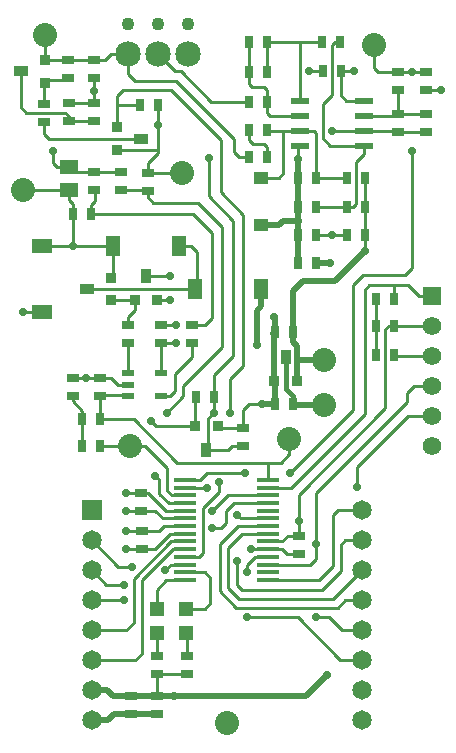
<source format=gtl>
G04 Layer_Physical_Order=1*
G04 Layer_Color=255*
%FSLAX25Y25*%
%MOIN*%
G70*
G01*
G75*
%ADD10R,0.03600X0.05000*%
%ADD11R,0.03600X0.03600*%
%ADD12R,0.03000X0.04000*%
%ADD13R,0.04000X0.03000*%
%ADD14R,0.04921X0.03937*%
%ADD15R,0.05118X0.06929*%
%ADD16R,0.06929X0.05118*%
%ADD17R,0.03600X0.03600*%
%ADD18R,0.05000X0.03600*%
%ADD19R,0.06102X0.02362*%
%ADD20R,0.07284X0.01772*%
%ADD21R,0.04724X0.04724*%
%ADD22R,0.04331X0.02362*%
%ADD23R,0.05906X0.05118*%
%ADD24C,0.01000*%
%ADD25C,0.02000*%
%ADD26C,0.01600*%
%ADD27C,0.08500*%
%ADD28C,0.04331*%
%ADD29C,0.08000*%
%ADD30C,0.06200*%
%ADD31R,0.06200X0.06200*%
%ADD32C,0.06500*%
%ADD33R,0.06500X0.06500*%
%ADD34C,0.02800*%
D10*
X-6850Y104992D02*
D03*
X-26800Y162883D02*
D03*
X19700Y136073D02*
D03*
D11*
X-10550Y112992D02*
D03*
X-3050D02*
D03*
X-23100Y154883D02*
D03*
X-30600D02*
D03*
X23400Y128073D02*
D03*
X15900D02*
D03*
D12*
X-4373Y122675D02*
D03*
X-10373D02*
D03*
X49885Y136660D02*
D03*
X55885D02*
D03*
X22000Y120340D02*
D03*
X16000D02*
D03*
X21958Y144340D02*
D03*
X15958D02*
D03*
X37958Y231340D02*
D03*
X31958D02*
D03*
X7585Y202660D02*
D03*
X13585D02*
D03*
X7542Y241160D02*
D03*
X13543D02*
D03*
X31892D02*
D03*
X37892D02*
D03*
X55885Y146460D02*
D03*
X49885D02*
D03*
X55885Y155400D02*
D03*
X49885D02*
D03*
X13457Y221160D02*
D03*
X7457D02*
D03*
X13500Y211660D02*
D03*
X7500D02*
D03*
X29802Y195660D02*
D03*
X23802D02*
D03*
X46042D02*
D03*
X40042D02*
D03*
X7457Y231180D02*
D03*
X13457D02*
D03*
X46042Y186160D02*
D03*
X40042D02*
D03*
X29802D02*
D03*
X23802D02*
D03*
X46085Y176820D02*
D03*
X40085D02*
D03*
X29802Y176660D02*
D03*
X23802D02*
D03*
X29760Y167340D02*
D03*
X23760D02*
D03*
X-48352Y106431D02*
D03*
X-42352D02*
D03*
X-42107Y115251D02*
D03*
X-48107D02*
D03*
X-45304Y183660D02*
D03*
X-51304D02*
D03*
X-23020Y220160D02*
D03*
X-29021D02*
D03*
D13*
X5340Y106342D02*
D03*
Y112342D02*
D03*
X-32000Y23000D02*
D03*
Y17000D02*
D03*
X-23340Y23000D02*
D03*
Y17000D02*
D03*
X-28506Y84845D02*
D03*
Y90845D02*
D03*
X-28304Y78000D02*
D03*
Y72000D02*
D03*
X24000Y70500D02*
D03*
Y76500D02*
D03*
X66340Y211000D02*
D03*
Y217000D02*
D03*
Y225043D02*
D03*
Y231043D02*
D03*
X-21988Y140850D02*
D03*
Y146850D02*
D03*
X-51310Y123176D02*
D03*
Y129175D02*
D03*
X-42309Y123133D02*
D03*
Y129133D02*
D03*
X-44160Y191542D02*
D03*
Y197543D02*
D03*
X-13340Y30457D02*
D03*
Y36457D02*
D03*
X-23340Y30457D02*
D03*
Y36457D02*
D03*
X57160Y210958D02*
D03*
Y216957D02*
D03*
Y224957D02*
D03*
Y230958D02*
D03*
X-11524Y146745D02*
D03*
Y140745D02*
D03*
X-33000Y146850D02*
D03*
Y140850D02*
D03*
X-35160Y197543D02*
D03*
Y191542D02*
D03*
X-26340Y191457D02*
D03*
Y197458D02*
D03*
X-52660Y220543D02*
D03*
Y214543D02*
D03*
X-44160Y220543D02*
D03*
Y214543D02*
D03*
X-44340Y228958D02*
D03*
Y234958D02*
D03*
X-52840Y228958D02*
D03*
Y234958D02*
D03*
X-60797Y214458D02*
D03*
Y220458D02*
D03*
D14*
X11445Y179921D02*
D03*
Y195669D02*
D03*
D15*
X-37945Y173000D02*
D03*
X-16055D02*
D03*
X-10445Y158700D02*
D03*
X11445D02*
D03*
D16*
X-61500Y172945D02*
D03*
Y151055D02*
D03*
D17*
X-60483Y234900D02*
D03*
Y227400D02*
D03*
X-36517Y205100D02*
D03*
Y212600D02*
D03*
X-38483Y162400D02*
D03*
Y154900D02*
D03*
D18*
X-68483Y231200D02*
D03*
X-28517Y208800D02*
D03*
X-46483Y158700D02*
D03*
D19*
X45630Y221500D02*
D03*
Y216500D02*
D03*
Y211500D02*
D03*
Y206500D02*
D03*
X24370D02*
D03*
Y211500D02*
D03*
Y216500D02*
D03*
Y221500D02*
D03*
D20*
X13712Y94996D02*
D03*
Y92437D02*
D03*
Y89878D02*
D03*
Y87319D02*
D03*
Y84760D02*
D03*
Y82201D02*
D03*
Y79642D02*
D03*
Y77083D02*
D03*
Y74524D02*
D03*
Y71965D02*
D03*
Y69406D02*
D03*
Y66847D02*
D03*
Y64287D02*
D03*
Y61728D02*
D03*
X-13847D02*
D03*
Y64287D02*
D03*
Y66847D02*
D03*
Y69406D02*
D03*
Y71965D02*
D03*
Y74524D02*
D03*
Y77083D02*
D03*
Y79642D02*
D03*
Y82201D02*
D03*
Y84760D02*
D03*
Y87319D02*
D03*
Y89878D02*
D03*
Y92437D02*
D03*
Y94996D02*
D03*
D21*
X-23340Y52134D02*
D03*
Y43866D02*
D03*
X-13500D02*
D03*
Y52134D02*
D03*
D22*
X-22025Y123052D02*
D03*
X-33049Y126792D02*
D03*
X-22025Y130532D02*
D03*
X-33049Y123052D02*
D03*
Y130532D02*
D03*
D23*
X-52480Y191760D02*
D03*
Y199240D02*
D03*
D24*
X43307Y92536D02*
Y99307D01*
X60500Y116500D01*
X7457Y120340D02*
X11811D01*
X5340Y118223D02*
X7457Y120340D01*
X5340Y112342D02*
Y118223D01*
X-6350Y105492D02*
X-5976Y105118D01*
X394D01*
X1617Y106342D01*
X5340D01*
X-3050Y112992D02*
X-2399Y112342D01*
X5340D01*
X-4231Y117323D02*
Y130021D01*
X-4440Y117323D02*
X-4231D01*
X-6350Y115413D02*
X-4440Y117323D01*
X-6350Y105492D02*
Y115413D01*
X-6850Y104992D02*
X-6350Y105492D01*
X-10767Y122675D02*
X-10550Y122457D01*
Y112992D02*
Y122457D01*
X-23622Y112992D02*
X-10550D01*
X-25197Y114567D02*
X-23622Y112992D01*
X-394Y84646D02*
X2279Y87319D01*
X-394Y80709D02*
Y84646D01*
X-2002Y79100D02*
X-394Y80709D01*
X-4858Y79100D02*
X-2002D01*
X-4858Y84646D02*
X375Y89878D01*
X-7874Y85827D02*
X-2600Y91101D01*
X-7874Y70701D02*
Y85827D01*
X-9169Y69406D02*
X-7874Y70701D01*
X-2600Y91101D02*
Y94488D01*
X2279Y87319D02*
X13712D01*
X3543Y83465D02*
X4807Y82201D01*
X-36142Y66142D02*
X-31496D01*
X-45000Y75000D02*
X-36142Y66142D01*
X-40173Y60173D02*
X-34252D01*
X-45000Y65000D02*
X-40173Y60173D01*
X-45000Y55000D02*
X-34252D01*
X-31000Y47500D02*
Y62000D01*
X-33500Y78043D02*
X-22457D01*
X5500Y133059D02*
Y183500D01*
X1181Y128740D02*
X5500Y133059D01*
X1181Y117500D02*
Y128740D01*
X-4231Y130021D02*
X2000Y136252D01*
X3658Y79642D02*
X13712D01*
X-2362Y73622D02*
X3658Y79642D01*
X-2362Y57874D02*
Y73622D01*
X5035Y77083D02*
X13712D01*
X394Y72441D02*
X5035Y77083D01*
X394Y59055D02*
Y72441D01*
X38532Y45000D02*
X45000D01*
X34032Y49500D02*
X38532Y45000D01*
X29802Y49500D02*
X34032D01*
X37835Y35000D02*
X45000D01*
X23622Y49213D02*
X37835Y35000D01*
X6693Y49213D02*
X23622D01*
X3012Y52500D02*
X37000D01*
X-2362Y57874D02*
X3012Y52500D01*
X3949Y55500D02*
X35500D01*
X394Y59055D02*
X3949Y55500D01*
X29802Y73622D02*
Y90802D01*
Y68760D02*
Y73622D01*
X37958Y73415D02*
X39542Y75000D01*
X37958Y64745D02*
Y73415D01*
X31713Y58500D02*
X37958Y64745D01*
X35500Y83260D02*
X37240Y85000D01*
X35500Y66500D02*
Y83260D01*
X30728Y61728D02*
X35500Y66500D01*
X29802Y90802D02*
X60000Y121000D01*
X27889Y66847D02*
X29802Y68760D01*
X4807Y82201D02*
X13712D01*
X3543Y60173D02*
Y68110D01*
Y60173D02*
X5217Y58500D01*
X6693Y64330D02*
Y66535D01*
X9563Y69406D01*
X13712D01*
X5217Y58500D02*
X31713D01*
X-33500Y90802D02*
X-26302D01*
X2000Y136252D02*
Y181500D01*
X-11524Y136121D02*
Y140745D01*
X-17301Y130345D02*
X-11524Y136121D01*
X-17301Y124521D02*
Y130345D01*
X-1500Y139445D02*
Y179500D01*
X-14567Y126378D02*
X-1500Y139445D01*
X-14567Y122933D02*
Y126378D01*
X-20000Y117500D02*
X-14567Y122933D01*
X-11524Y146745D02*
X-7192D01*
X-5000Y148937D01*
X-38483Y154900D02*
X-30600D01*
X-38500D02*
X-38483D01*
X-30709Y154774D02*
X-30600Y154883D01*
X-30709Y151575D02*
Y154774D01*
X-33000Y149284D02*
X-30709Y151575D01*
X-33000Y146850D02*
Y149284D01*
X-36241Y126792D02*
X-33049D01*
X-38582Y129133D02*
X-36241Y126792D01*
X-42309Y129133D02*
X-38582D01*
X-18754Y123068D02*
X-17301Y124521D01*
X-5000Y148937D02*
Y177500D01*
X13780Y100787D02*
X18110D01*
X-16535D02*
X13780D01*
X13712Y100720D02*
X13780Y100787D01*
X13712Y94996D02*
Y100720D01*
X20866Y103543D02*
Y108661D01*
X18110Y100787D02*
X20866Y103543D01*
X-20020Y91500D02*
Y99154D01*
X-27165Y106299D02*
X-20020Y99154D01*
X-32283Y106299D02*
X-27165D01*
X-30999Y115251D02*
X-16535Y100787D01*
X-42107Y115251D02*
X-30999D01*
X-32415Y106431D02*
X-32283Y106299D01*
X-42352Y106431D02*
X-32415D01*
X-42134Y122958D02*
X-41863Y123228D01*
X-42309Y123133D02*
X-42134Y122958D01*
X-41863Y123228D02*
X-33049D01*
X-42134Y122958D02*
X-42107Y122931D01*
Y115251D02*
Y122931D01*
X18898Y211500D02*
X24370D01*
X13660D02*
X18898D01*
Y197244D02*
Y211500D01*
X17323Y195669D02*
X18898Y197244D01*
X11445Y195669D02*
X17323D01*
X13585Y202660D02*
Y205906D01*
X12404Y207087D02*
X13585Y205906D01*
X8661Y207087D02*
X12404D01*
X7500Y208248D02*
X8661Y207087D01*
X7500Y208248D02*
Y211660D01*
X3937Y202660D02*
X7585D01*
X2362Y204235D02*
X3937Y202660D01*
X2362Y204235D02*
Y208798D01*
X-23340Y52134D02*
Y58500D01*
X-20112Y61728D01*
X-13847D01*
X-13340Y36457D02*
Y43866D01*
X-23340Y36457D02*
Y43866D01*
X-28304Y37154D02*
Y61696D01*
X-30457Y35000D02*
X-28304Y37154D01*
X-45000Y35000D02*
X-30457D01*
X-33500Y45000D02*
X-31000Y47500D01*
X-45000Y45000D02*
X-33500D01*
X-31000Y62000D02*
X-18476Y74524D01*
X-28304Y61696D02*
X-18035Y71965D01*
X-23340Y23000D02*
Y30457D01*
X-13340D01*
X-7308Y64287D02*
X-5500Y62480D01*
X-13847Y64287D02*
X-7308D01*
X24160Y76458D02*
Y81500D01*
X8000Y71965D02*
X13712D01*
X-20260Y84760D02*
X-13847D01*
X-26302Y90802D02*
X-20260Y84760D01*
X-18476Y74524D02*
X-13847D01*
X375Y89878D02*
X13712D01*
X-20500Y65000D02*
X-18654Y66847D01*
X-13847D01*
X-18035Y71965D02*
X-13847D01*
Y69406D02*
X-9169D01*
X-32160Y23043D02*
X-31823Y23380D01*
X39500Y55000D02*
X45000D01*
X37000Y52500D02*
X39500Y55000D01*
X35500Y55500D02*
X45000Y65000D01*
X39542Y75000D02*
X45000D01*
X37240Y85000D02*
X45000D01*
X13712Y66847D02*
X27889D01*
X13712Y61728D02*
X30728D01*
X20480Y76500D02*
X22772D01*
X18503Y74524D02*
X20480Y76500D01*
X-26800Y162900D02*
X-19020D01*
X-37945Y162955D02*
Y173000D01*
X-51304D02*
X-37945D01*
X-44000Y188000D02*
Y191500D01*
X-45304Y186696D02*
X-44000Y188000D01*
X-45304Y183660D02*
Y186696D01*
X-52640Y188500D02*
Y191542D01*
Y188500D02*
X-51304Y187164D01*
Y183660D02*
Y187164D01*
X-26425Y191542D02*
X-26340Y191457D01*
X-35160Y191542D02*
X-26425D01*
X-26340Y197458D02*
Y200660D01*
X-23020Y203979D01*
X-44340Y224840D02*
Y228958D01*
Y220723D02*
Y224840D01*
X-52640Y197543D02*
X-35160D01*
X-23020Y203979D02*
Y220160D01*
X-36500Y205100D02*
X-23000D01*
X-36500Y220160D02*
X-29021D01*
X-36500Y212600D02*
Y223000D01*
X-60797Y210500D02*
Y214458D01*
Y210500D02*
X-59097Y208800D01*
X-28500D01*
X-60500Y234900D02*
X-40600D01*
X-60500D02*
Y243500D01*
X-40600Y234900D02*
X-38500Y237000D01*
X-33000D01*
X-52660Y214543D02*
Y216320D01*
X-53798Y217458D02*
X-52660Y216320D01*
X-66765Y217458D02*
X-53798D01*
X-68500Y219193D02*
X-66765Y217458D01*
X-68500Y219193D02*
Y231200D01*
X-52660Y214543D02*
X-44160D01*
X-60500Y227400D02*
X-59400Y228500D01*
X-53298D01*
X-52840Y228958D01*
X-60797Y227103D02*
X-60500Y227400D01*
X-60797Y220458D02*
Y227103D01*
X-52660Y220543D02*
X-52480Y220723D01*
X-44340D01*
X55843Y136500D02*
X68441D01*
X68362Y156421D02*
X68441Y156500D01*
X49843Y145693D02*
Y155240D01*
Y136500D02*
Y145693D01*
X46000Y158390D02*
X47575Y159965D01*
X60567D02*
X64110Y156421D01*
X68362D01*
X55843Y155240D02*
Y159965D01*
X47575D02*
X55843D01*
X60567D01*
X-14020Y76910D02*
X-13847Y77083D01*
Y82201D02*
X-13674Y82374D01*
X55925Y146500D02*
X68441D01*
X29802Y195660D02*
X40042D01*
X29802D02*
Y210698D01*
X29000Y211500D02*
X29802Y210698D01*
X24370Y211500D02*
X29000D01*
X29802Y186160D02*
X40042D01*
X42160D01*
X43042Y187042D01*
Y198281D01*
X43000Y198324D02*
X43042Y198281D01*
X43000Y198324D02*
Y201000D01*
X45630Y203630D01*
Y206500D01*
X35000Y211500D02*
X45630D01*
X29802Y176660D02*
X35000D01*
X39925D01*
X57202Y211000D02*
X66340D01*
X45630Y211500D02*
X56617D01*
X45630Y216500D02*
X56702D01*
X57202Y217000D02*
X66340D01*
X57202D02*
Y224915D01*
X57160Y224957D02*
X57202Y224915D01*
X66340Y225043D02*
X71372D01*
X27542Y231340D02*
X31958D01*
X37958Y223468D02*
Y231340D01*
Y223468D02*
X39925Y221500D01*
X45630D01*
X37958Y231340D02*
X42500D01*
X24370Y221500D02*
Y241160D01*
X13543D02*
X32000D01*
X34958Y239957D02*
X36160Y241160D01*
X34958Y223458D02*
Y239957D01*
X36160Y241160D02*
X37892D01*
X37942D01*
X32000Y220500D02*
X34958Y223458D01*
X32000Y209000D02*
Y220500D01*
Y209000D02*
X34500Y206500D01*
X45630D01*
X13712Y71965D02*
X18515D01*
X20022Y70458D01*
X24160D01*
X13712Y74524D02*
X18503D01*
X-20020Y91500D02*
X-18398Y89878D01*
X-13847D01*
X-19339Y87319D02*
X-13847D01*
X-22521Y90500D02*
X-19339Y87319D01*
X-22521Y90500D02*
Y95218D01*
X-18746Y77083D02*
X-13847D01*
X-23864Y71965D02*
X-18746Y77083D01*
X-33500Y71965D02*
X-23864D01*
X-33500Y84802D02*
X-23802D01*
X-21201Y82201D01*
X-13847D01*
X-22457Y78043D02*
X-20858Y79642D01*
X-13847D01*
X23802Y202000D02*
Y206500D01*
X14457Y216500D02*
X24370D01*
X13457Y217500D02*
X14457Y216500D01*
X13457Y217500D02*
Y221160D01*
Y225043D01*
X12500Y226000D02*
X13457Y225043D01*
X8457Y226000D02*
X12500D01*
X7457Y227000D02*
X8457Y226000D01*
X7457Y227000D02*
Y231180D01*
Y241075D01*
X7542Y241160D01*
X13457Y231180D02*
Y241075D01*
X13543Y241160D01*
X46085Y171500D02*
Y176820D01*
Y195617D01*
X49000Y232457D02*
Y240000D01*
Y232457D02*
X50500Y230958D01*
X57160D01*
X61708D01*
X66255D01*
X-12055Y173000D02*
X-10060Y171005D01*
X-16055Y173000D02*
X-12055D01*
X-10060Y158445D02*
Y158700D01*
Y171005D01*
X-46500Y158700D02*
X-10060D01*
X-61445Y173000D02*
X-51304D01*
X-61500Y172945D02*
X-61445Y173000D01*
X-51304D02*
Y183660D01*
X-67945Y151055D02*
X-61500D01*
X-26340Y197458D02*
X-15000D01*
X-67945Y191760D02*
X-52480D01*
X-32852Y130548D02*
Y140702D01*
X-45304Y183660D02*
X-11160D01*
X-5000Y177500D01*
X-26340Y189340D02*
Y191457D01*
Y189340D02*
X-24500Y187500D01*
X-9500D01*
X-1500Y179500D01*
X-13847Y92437D02*
X-6500D01*
X-13847Y94996D02*
X-9024D01*
X-6521Y97500D01*
X6000D01*
X-21828Y130548D02*
Y140691D01*
X-21988Y140850D02*
X-21828Y140691D01*
X-21988Y140850D02*
X-16840D01*
X-21988Y146850D02*
X-16840D01*
X-21828Y123068D02*
X-18754D01*
X-23000Y155000D02*
X-19000D01*
X-51310Y129175D02*
X-51267Y129133D01*
X-42309D01*
X-48352Y106431D02*
Y115006D01*
X-48107Y115251D01*
Y118048D01*
X-51310Y121250D02*
X-48107Y118048D01*
X-51310Y121250D02*
Y123176D01*
X-23802Y96500D02*
X-22521Y95218D01*
X-6021Y189521D02*
X2000Y181500D01*
X-6021Y189521D02*
Y202500D01*
X-34585Y224915D02*
X-18415D01*
X-33000Y230500D02*
Y237000D01*
X-36500Y223000D02*
X-34585Y224915D01*
X-2000Y191000D02*
X5500Y183500D01*
X59500Y163500D02*
X61708Y165708D01*
Y204792D01*
X42000Y159958D02*
X45542Y163500D01*
X59500D01*
X21000Y97500D02*
X42000Y118500D01*
Y159958D01*
X-5160Y221160D02*
X7457D01*
X-2000Y191000D02*
Y208500D01*
X-18415Y224915D02*
X-2000Y208500D01*
X-33000Y230500D02*
X-30500Y228000D01*
X-16840D01*
X2362Y208798D01*
X-15250Y231250D02*
X-5160Y221160D01*
X-23000Y237000D02*
X-17250Y231250D01*
X-15250D01*
X53960Y146460D02*
X55885D01*
X52885Y145385D02*
X53960Y146460D01*
X13712Y92437D02*
X21437D01*
X46000Y117000D01*
Y158390D01*
X60500Y116500D02*
X68441D01*
X24160Y81500D02*
Y90160D01*
X52885Y118885D01*
Y145385D01*
X-58000Y200520D02*
Y204792D01*
Y200520D02*
X-56721Y199240D01*
X-52480D01*
X-13500Y52134D02*
X-7315D01*
X-5500Y53949D01*
Y62480D01*
X60000Y121000D02*
Y124173D01*
X62327Y126500D01*
X68441D01*
D25*
X11811Y120340D02*
X16000D01*
X18812Y181410D02*
X23802D01*
X17323Y179921D02*
X18812Y181410D01*
X11445Y179921D02*
X17323D01*
X23802Y181410D02*
Y186160D01*
Y176660D02*
Y181410D01*
X-17500Y23000D02*
X26500D01*
X-23340D02*
X-17500D01*
X26500D02*
X33500Y30000D01*
X23500Y128091D02*
Y135000D01*
Y139542D01*
Y135000D02*
X32500D01*
X22340Y120000D02*
X32500D01*
X-32160Y23043D02*
X-23383D01*
X23802Y186160D02*
Y195660D01*
X16000Y120340D02*
Y127991D01*
X15900Y128091D02*
X16000Y127991D01*
X23400Y128091D02*
X23500D01*
X21958Y141085D02*
X23500Y139542D01*
X21958Y141085D02*
Y144340D01*
X15900Y144283D02*
X15958Y144340D01*
X15448Y143831D02*
X15900Y144283D01*
Y128091D02*
Y144283D01*
X-45000Y15000D02*
X-39500D01*
X-37500Y17000D01*
X-23340D01*
X-45000Y25000D02*
X-39957D01*
X-38000Y23043D01*
X-23383D02*
X-23340Y23000D01*
X-38000Y23043D02*
X-32160D01*
X15958Y144340D02*
Y149443D01*
X23802Y195660D02*
Y202000D01*
Y167383D02*
Y176660D01*
X29760Y167340D02*
X34500D01*
X21958Y144340D02*
Y158155D01*
X25302Y161500D01*
X36085D01*
X46085Y171500D01*
X11445Y152930D02*
Y158700D01*
X10000Y151485D02*
X11445Y152930D01*
X10000Y140042D02*
Y151485D01*
D26*
X19700Y125258D02*
Y136091D01*
Y125258D02*
X22000Y122958D01*
Y120340D02*
Y122958D01*
D27*
X-13000Y237000D02*
D03*
X-23000D02*
D03*
X-33000D02*
D03*
D28*
Y247000D02*
D03*
X-23000D02*
D03*
X-13000D02*
D03*
D29*
X49000Y240000D02*
D03*
X-67945Y191760D02*
D03*
X-60500Y243500D02*
D03*
X-32283Y106299D02*
D03*
X20866Y108661D02*
D03*
X32500Y120000D02*
D03*
Y135000D02*
D03*
X-15000Y197458D02*
D03*
X0Y14000D02*
D03*
D30*
X68441Y146500D02*
D03*
Y106500D02*
D03*
Y116500D02*
D03*
Y126500D02*
D03*
Y136500D02*
D03*
D31*
Y156500D02*
D03*
D32*
X45000Y25000D02*
D03*
Y75000D02*
D03*
Y65000D02*
D03*
Y85000D02*
D03*
Y45000D02*
D03*
Y35000D02*
D03*
Y55000D02*
D03*
Y15000D02*
D03*
X-45000Y65000D02*
D03*
Y15000D02*
D03*
Y55000D02*
D03*
Y35000D02*
D03*
Y25000D02*
D03*
Y45000D02*
D03*
Y75000D02*
D03*
D33*
Y85000D02*
D03*
D34*
X43307Y92536D02*
D03*
X11811Y120340D02*
D03*
X-4858Y84646D02*
D03*
X3543Y83465D02*
D03*
X-34252Y55000D02*
D03*
Y60173D02*
D03*
X29802Y49500D02*
D03*
X6693Y64330D02*
D03*
Y49213D02*
D03*
X29802Y73622D02*
D03*
X3543Y68110D02*
D03*
X-25197Y114567D02*
D03*
X23802Y181410D02*
D03*
X-17500Y23000D02*
D03*
X33500Y30000D02*
D03*
X-31496Y66142D02*
D03*
X24160Y81500D02*
D03*
X8000Y71965D02*
D03*
X-4858Y79100D02*
D03*
X-20500Y65000D02*
D03*
X-2600Y94488D02*
D03*
X-19020Y162900D02*
D03*
X-44340Y224840D02*
D03*
X-58000Y204792D02*
D03*
X35000Y176660D02*
D03*
Y211500D02*
D03*
X71372Y225043D02*
D03*
X27542Y231340D02*
D03*
X42500D02*
D03*
X15900Y149500D02*
D03*
X-33500Y71965D02*
D03*
Y78043D02*
D03*
Y90802D02*
D03*
Y84802D02*
D03*
X23802Y202000D02*
D03*
X34500Y167340D02*
D03*
X46085Y171500D02*
D03*
X-23000Y213500D02*
D03*
X61708Y230958D02*
D03*
Y204792D02*
D03*
X-67945Y151055D02*
D03*
X-51304Y173000D02*
D03*
X-19000Y155000D02*
D03*
X6000Y97500D02*
D03*
X21000D02*
D03*
X-6500Y92437D02*
D03*
X-16840Y140850D02*
D03*
Y146850D02*
D03*
X-46788Y129133D02*
D03*
X-23802Y96500D02*
D03*
X-20000Y117500D02*
D03*
X-4231Y117323D02*
D03*
X-6021Y202500D02*
D03*
X1181Y117500D02*
D03*
X10000Y140042D02*
D03*
M02*

</source>
